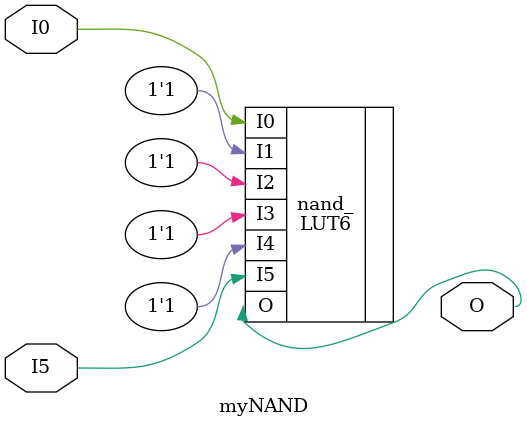
<source format=v>
module arbiter (/*AUTOARG*/
   // Outputs
   Q, Qn,
   // Inputs
   clk, S, R
   );

   output Q;
   output Qn;

   input  clk;
   input  S;
   input  R;
   
`ifdef RTL_SIM
   reg    Q_pre;
   reg    Qn_pre;
   
   reg    Q;
   reg    Qn;
   
   always @ (S or R)
     case ({S,R})
       2'b00:
         begin
            Q_pre  <= 1'b1;
            Qn_pre <= 1'b1;
         end
       2'b01:
         begin
            Q_pre  <= 1'b0;
            Qn_pre <= 1'b1;
         end
       2'b10:
         begin
            Q_pre  <= 1'b1;
            Qn_pre <= 1'b0;
         end
     endcase // case ({S,R})

   always @ (posedge clk)
     begin
        Q  <= Q_pre;
        Qn <= Qn_pre;
     end
`else
   (* KEEP = "TRUE" *) wire   Q_pre, Qn_pre;

   (* RLOC = "X0Y0" *) (* BEL = "C6LUT" *) myNAND snand_ (.O(Q_pre), .I0(S), .I5(Qn_pre));
   (* RLOC = "X0Y0" *) (* BEL = "B6LUT" *) myNAND rnand_ (.O(Qn_pre), .I0(R), .I5(Q_pre));

   (* RLOC = "X0Y0" *) FD Q_  (.Q(Q),  .C(clk), .D(Q_pre));
   (* RLOC = "X0Y0" *) FD Qn_ (.Q(Qn), .C(clk), .D(Qn_pre));   
`endif
   
endmodule // arbiter

module myNAND (/*AUTOARG*/
   // Outputs
   O,
   // Inputs
   I0, I5
   );
   output O;
   input  I0;
   input  I5;

//   parameter delayI0 = 1;

//   reg    I0_d;
//   
//   always @ (I0)
//     I0_d <= #(delayI0) I0;

   (* RLOC = "X0Y0" *) (* LOCK_PINS = "all" *) LUT6 
             #(.INIT(64'h5555_5555_FFFF_FFFF)) nand_ (.O(O),
                                                      .I5(I5),
                                                      .I4(1'b1),
                                                      .I3(1'b1),
                                                      .I2(1'b1),
                                                      .I1(1'b1),
                                                      .I0(I0));
endmodule // myNAND

</source>
